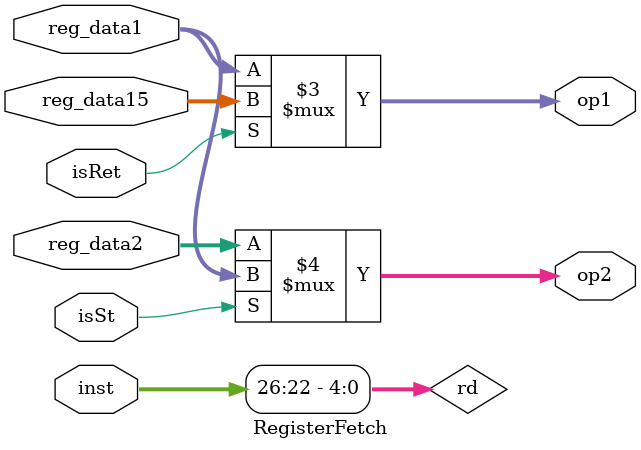
<source format=v>
module RegisterFetch (
    input  wire [31:0] inst,
    input  wire        isRet,
    input  wire        isSt,
    input  wire [31:0] reg_data1,
    input  wire [31:0] reg_data2,
    input  wire [31:0] reg_data15,
    output wire [31:0] op1,
    output wire [31:0] op2
);
    wire [4:0] rs1, rs2, rd;

    assign rd  = inst[26:22];
    assign rs1 = isRet ? 5'd15 : inst[21:17];
    assign rs2 = isSt  ? rd     : inst[16:12];

    assign op1 = isRet ? reg_data15 : reg_data1;
    assign op2 = isSt  ? reg_data1  : reg_data2;

endmodule

</source>
